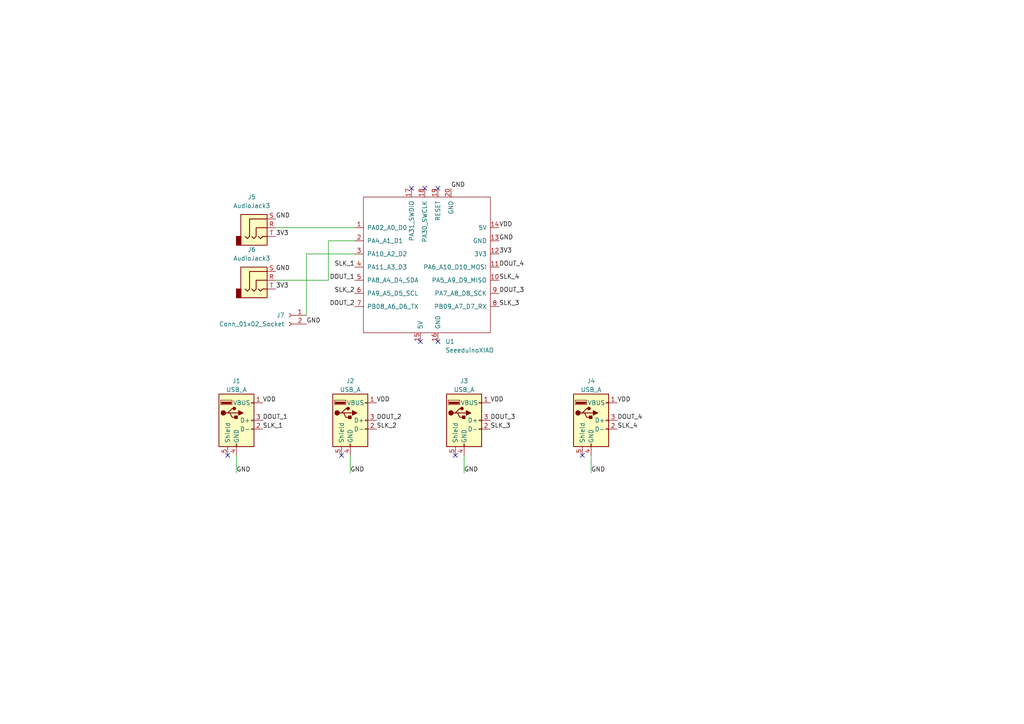
<source format=kicad_sch>
(kicad_sch (version 20250114) (generator "eeschema") (generator_version "9.0")
  (paper "A4")
  (lib_symbols
    (symbol "Connector:Conn_01x02_Socket" (pin_names (offset 1.016) (hide yes))
      (property "Reference" "J" (at 0 2.54 0))
      (property "Value" "Conn_01x02_Socket" (at 0 -5.08 0))
      (symbol "Conn_01x02_Socket_1_1"
        (polyline (pts (xy -1.27 0) (xy -0.508 0)) (stroke (width 0.1524)))
        (polyline (pts (xy -1.27 -2.54) (xy -0.508 -2.54)) (stroke (width 0.1524)))
        (arc (start 0 -0.508) (mid -0.5058 0) (end 0 0.508) (stroke (width 0.1524)))
        (arc (start 0 -3.048) (mid -0.5058 -2.54) (end 0 -2.032) (stroke (width 0.1524)))
        (pin passive line (at -5.08 0 0) (length 3.81) (name "Pin_1") (number "1"))
        (pin passive line (at -5.08 -2.54 0) (length 3.81) (name "Pin_2") (number "2"))
      )
    )
    (symbol "Connector:USB_A" (pin_names (offset 1.016))
      (property "Reference" "J" (at -5.08 11.43 0))
      (property "Value" "USB_A" (at -5.08 8.89 0))
      (symbol "USB_A_0_1"
        (rectangle (start -5.08 -7.62) (end 5.08 7.62) (stroke (width 0.254)) (fill (type background)))
        (circle (center -3.81 2.159) (radius 0.635) (stroke (width 0.254)) (fill (type outline)))
        (polyline (pts (xy -3.175 2.159) (xy -2.54 2.159) (xy -1.27 3.429) (xy -0.635 3.429)) (stroke (width 0.254)))
        (polyline (pts (xy -2.54 2.159) (xy -1.905 2.159) (xy -1.27 0.889) (xy 0 0.889)) (stroke (width 0.254)))
        (rectangle (start -1.524 4.826) (end -4.318 5.334) (fill (type outline)))
        (rectangle (start -1.27 4.572) (end -4.572 5.842))
        (circle (center -0.635 3.429) (radius 0.381) (stroke (width 0.254)) (fill (type outline)))
        (rectangle (start -0.127 -7.62) (end 0.127 -6.858))
        (rectangle (start 0.254 1.27) (end -0.508 0.508) (stroke (width 0.254)) (fill (type outline)))
        (polyline (pts (xy 0.635 2.794) (xy 0.635 1.524) (xy 1.905 2.159) (xy 0.635 2.794)) (stroke (width 0.254)) (fill (type outline)))
        (rectangle (start 5.08 4.953) (end 4.318 5.207))
        (rectangle (start 5.08 -0.127) (end 4.318 0.127))
        (rectangle (start 5.08 -2.667) (end 4.318 -2.413))
      )
      (symbol "USB_A_1_1"
        (polyline (pts (xy -1.905 2.159) (xy 0.635 2.159)) (stroke (width 0.254)))
        (pin passive line (at -2.54 -10.16 90) (length 2.54) (name "Shield") (number "5"))
        (pin power_in line (at 0 -10.16 90) (length 2.54) (name "GND") (number "4"))
        (pin power_in line (at 7.62 5.08 180) (length 2.54) (name "VBUS") (number "1"))
        (pin bidirectional line (at 7.62 0 180) (length 2.54) (name "D+") (number "3"))
        (pin bidirectional line (at 7.62 -2.54 180) (length 2.54) (name "D-") (number "2"))
      )
    )
    (symbol "Connector_Audio:AudioJack3"
      (property "Reference" "J" (at 0 8.89 0))
      (property "Value" "AudioJack3" (at 0 6.35 0))
      (symbol "AudioJack3_0_1"
        (rectangle (start -5.08 -5.08) (end -6.35 -2.54) (stroke (width 0.254)) (fill (type outline)))
        (polyline (pts (xy -1.905 -2.54) (xy -1.27 -3.175) (xy -0.635 -2.54) (xy -0.635 0) (xy 2.54 0)) (stroke (width 0.254)))
        (polyline (pts (xy 0 -2.54) (xy 0.635 -3.175) (xy 1.27 -2.54) (xy 2.54 -2.54)) (stroke (width 0.254)))
        (rectangle (start 2.54 3.81) (end -5.08 -5.08) (stroke (width 0.254)) (fill (type background)))
        (polyline (pts (xy 2.54 2.54) (xy -2.54 2.54) (xy -2.54 -2.54) (xy -3.175 -3.175) (xy -3.81 -2.54)) (stroke (width 0.254)))
      )
      (symbol "AudioJack3_1_1"
        (pin passive line (at 5.08 2.54 180) (length 2.54) (name "~") (number "S"))
        (pin passive line (at 5.08 0 180) (length 2.54) (name "~") (number "R"))
        (pin passive line (at 5.08 -2.54 180) (length 2.54) (name "~") (number "T"))
      )
    )
    (symbol "XIAO RP2040:XIAO RP2040" (pin_names (offset 1.016))
      (property "Reference" "U1" (at 4.6833 -22.86 0))
      (property "Value" "SeeeduinoXIAO" (at 4.6833 -25.4 0))
      (symbol "XIAO RP2040_0_1"
        (rectangle (start -19.05 20.32) (end 17.78 -19.05))
      )
      (symbol "XIAO RP2040_1_1"
        (pin unspecified line (at -21.59 11.43 0) (length 2.54) (name "PA02_A0_D0") (number "1"))
        (pin unspecified line (at -21.59 7.62 0) (length 2.54) (name "PA4_A1_D1") (number "2"))
        (pin unspecified line (at -21.59 3.81 0) (length 2.54) (name "PA10_A2_D2") (number "3"))
        (pin unspecified line (at -21.59 0 0) (length 2.54) (name "PA11_A3_D3") (number "4"))
        (pin unspecified line (at -21.59 -3.81 0) (length 2.54) (name "PA8_A4_D4_SDA") (number "5"))
        (pin unspecified line (at -21.59 -7.62 0) (length 2.54) (name "PA9_A5_D5_SCL") (number "6"))
        (pin unspecified line (at -21.59 -11.43 0) (length 2.54) (name "PB08_A6_D6_TX") (number "7"))
        (pin input line (at -5.08 22.86 270) (length 2.54) (name "PA31_SWDIO") (number "17"))
        (pin input line (at -2.54 -21.59 90) (length 2.54) (name "5V") (number "15"))
        (pin input line (at -1.27 22.86 270) (length 2.54) (name "PA30_SWCLK") (number "18"))
        (pin input line (at 2.54 22.86 270) (length 2.54) (name "RESET") (number "19"))
        (pin input line (at 2.54 -21.59 90) (length 2.54) (name "GND") (number "16"))
        (pin input line (at 6.35 22.86 270) (length 2.54) (name "GND") (number "20"))
        (pin power_out line (at 20.32 11.43 180) (length 2.54) (name "5V") (number "14"))
        (pin power_out line (at 20.32 7.62 180) (length 2.54) (name "GND") (number "13"))
        (pin unspecified line (at 20.32 3.81 180) (length 2.54) (name "3V3") (number "12"))
        (pin unspecified line (at 20.32 0 180) (length 2.54) (name "PA6_A10_D10_MOSI") (number "11"))
        (pin unspecified line (at 20.32 -3.81 180) (length 2.54) (name "PA5_A9_D9_MISO") (number "10"))
        (pin unspecified line (at 20.32 -7.62 180) (length 2.54) (name "PA7_A8_D8_SCK") (number "9"))
        (pin unspecified line (at 20.32 -11.43 180) (length 2.54) (name "PB09_A7_D7_RX") (number "8"))
      )
    )
  )
  (no_connect (at 132.08 132.08))
  (no_connect (at 168.91 132.08))
  (no_connect (at 123.19 54.61))
  (no_connect (at 127 99.06))
  (no_connect (at 121.92 99.06))
  (no_connect (at 99.06 132.08))
  (no_connect (at 127 54.61))
  (no_connect (at 119.38 54.61))
  (no_connect (at 66.04 132.08))
  (wire (pts (xy 134.62 137.16) (xy 134.62 132.08)))
  (wire (pts (xy 95.25 69.85) (xy 95.25 81.28)))
  (wire (pts (xy 171.45 137.16) (xy 171.45 132.08)))
  (wire (pts (xy 88.9 73.66) (xy 88.9 91.44)))
  (wire (pts (xy 68.58 137.16) (xy 68.58 132.08)))
  (wire (pts (xy 80.01 66.04) (xy 102.87 66.04)))
  (wire (pts (xy 95.25 81.28) (xy 80.01 81.28)))
  (wire (pts (xy 102.87 69.85) (xy 95.25 69.85)))
  (wire (pts (xy 102.87 73.66) (xy 88.9 73.66)))
  (wire (pts (xy 101.6 137.16) (xy 101.6 132.08)))
  (label "SLK_3" (at 144.78 88.9 0))
  (label "GND" (at 171.45 137.16 0))
  (label "SLK_4" (at 144.78 81.28 0))
  (label "GND" (at 80.01 78.74 0))
  (label "SLK_1" (at 76.2 124.46 0))
  (label "SLK_1" (at 102.87 77.47 180))
  (label "VDD" (at 144.78 66.04 0))
  (label "VDD" (at 109.22 116.84 0))
  (label "DOUT_1" (at 102.87 81.28 180))
  (label "SLK_4" (at 179.07 124.46 0))
  (label "VDD" (at 142.24 116.84 0))
  (label "SLK_2" (at 109.22 124.46 0))
  (label "GND" (at 68.58 137.16 0))
  (label "VDD" (at 76.2 116.84 0))
  (label "DOUT_3" (at 142.24 121.92 0))
  (label "GND" (at 144.78 69.85 0))
  (label "DOUT_2" (at 109.22 121.92 0))
  (label "GND" (at 134.62 137.16 0))
  (label "DOUT_4" (at 144.78 77.47 0))
  (label "GND" (at 80.01 63.5 0))
  (label "DOUT_4" (at 179.07 121.92 0))
  (label "DOUT_3" (at 144.78 85.09 0))
  (label "VDD" (at 179.07 116.84 0))
  (label "3V3" (at 80.01 68.58 0))
  (label "3V3" (at 80.01 83.82 0))
  (label "3V3" (at 144.78 73.66 0))
  (label "DOUT_1" (at 76.2 121.92 0))
  (label "GND" (at 130.81 54.61 0))
  (label "SLK_3" (at 142.24 124.46 0))
  (label "GND" (at 88.9 93.98 0))
  (label "GND" (at 101.6 137.16 0))
  (label "DOUT_2" (at 102.87 88.9 180))
  (label "SLK_2" (at 102.87 85.09 180))
  (symbol (lib_id "XIAO RP2040:XIAO RP2040") (at 124.46 77.47 0) (unit 1)
    (property "Reference" "U1" (at 129.1433 99.06 0) (effects (justify left)))
    (property "Value" "SeeeduinoXIAO" (at 129.1433 101.6 0) (effects (justify left)))
    (property "Footprint" "Seeed Studio XIAO Series Library:XIAO-RP2040-DIP" (effects (hide yes)))
  )
  (symbol (lib_id "Connector:USB_A") (at 134.62 121.92 0) (unit 1)
    (property "Reference" "J3" (at 134.62 110.49 0))
    (property "Value" "USB_A" (at 134.62 113.03 0))
    (property "Footprint" "TORICA_Hardwarelib:USB_A_4P_Female" (effects (hide yes)))
    (property "Description" "USB Type A connector" (effects (hide yes)))
  )
  (symbol (lib_id "Connector:USB_A") (at 171.45 121.92 0) (unit 1)
    (property "Reference" "J4" (at 171.45 110.49 0))
    (property "Value" "USB_A" (at 171.45 113.03 0))
    (property "Footprint" "TORICA_Hardwarelib:USB_A_4P_Female" (effects (hide yes)))
    (property "Description" "USB Type A connector" (effects (hide yes)))
  )
  (symbol (lib_id "Connector:USB_A") (at 68.58 121.92 0) (unit 1)
    (property "Reference" "J1" (at 68.58 110.49 0))
    (property "Value" "USB_A" (at 68.58 113.03 0))
    (property "Footprint" "TORICA_Hardwarelib:USB_A_4P_Female" (effects (hide yes)))
    (property "Description" "USB Type A connector" (effects (hide yes)))
  )
  (symbol (lib_id "Connector:USB_A") (at 101.6 121.92 0) (unit 1)
    (property "Reference" "J2" (at 101.6 110.49 0))
    (property "Value" "USB_A" (at 101.6 113.03 0))
    (property "Footprint" "TORICA_Hardwarelib:USB_A_4P_Female" (effects (hide yes)))
    (property "Description" "USB Type A connector" (effects (hide yes)))
  )
  (symbol (lib_id "Connector_Audio:AudioJack3") (at 74.93 81.28 0) (unit 1)
    (property "Reference" "J6" (at 73.025 72.39 0))
    (property "Value" "AudioJack3" (at 73.025 74.93 0))
    (property "Footprint" "TORICA_Hardwarelib:Audio_Jack_3P" (effects (hide yes)))
    (property "Description" "Audio Jack, 3 Poles (Stereo / TRS)" (effects (hide yes)))
  )
  (symbol (lib_id "Connector:Conn_01x02_Socket") (at 83.82 91.44 0) (mirror y) (unit 1)
    (property "Reference" "J7" (at 82.55 91.4399 0) (effects (justify left)))
    (property "Value" "Conn_01x02_Socket" (at 82.55 93.9799 0) (effects (justify left)))
    (property "Footprint" "Connector_JST:JST_XH_B2B-XH-A_1x02_P2.50mm_Vertical" (effects (hide yes)))
    (property "Description" "Generic connector, single row, 01x02, script generated" (effects (hide yes)))
  )
  (symbol (lib_id "Connector_Audio:AudioJack3") (at 74.93 66.04 0) (unit 1)
    (property "Reference" "J5" (at 73.025 57.15 0))
    (property "Value" "AudioJack3" (at 73.025 59.69 0))
    (property "Footprint" "TORICA_Hardwarelib:Audio_Jack_3P" (effects (hide yes)))
    (property "Description" "Audio Jack, 3 Poles (Stereo / TRS)" (effects (hide yes)))
  )
)
</source>
